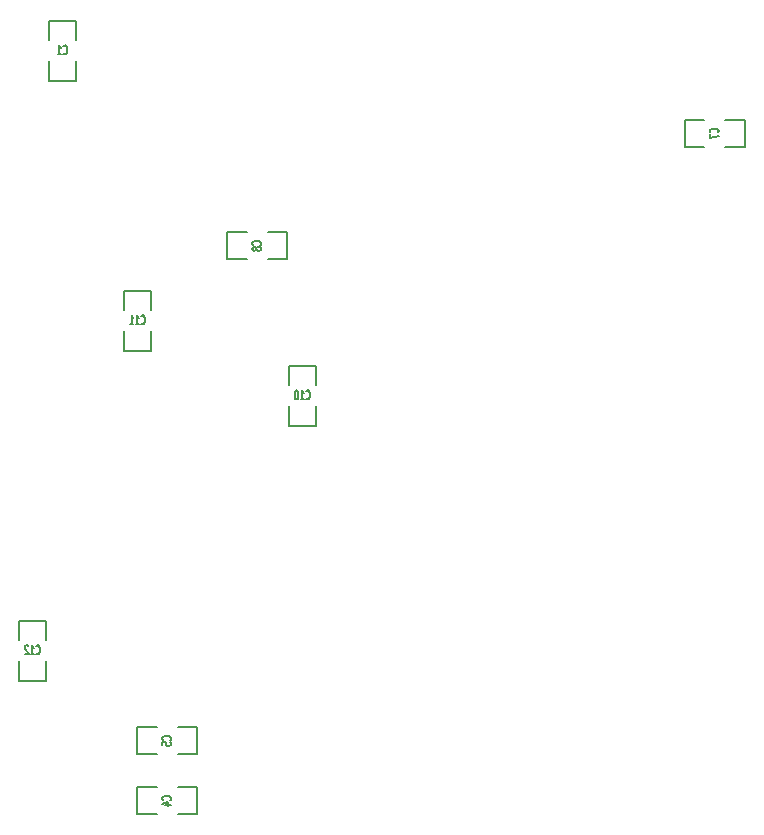
<source format=gbo>
G04 (created by PCBNEW-RS274X (2012-apr-16-27)-stable) date Втр 01 Янв 2013 22:40:23*
G01*
G70*
G90*
%MOIN*%
G04 Gerber Fmt 3.4, Leading zero omitted, Abs format*
%FSLAX34Y34*%
G04 APERTURE LIST*
%ADD10C,0.006000*%
%ADD11C,0.005000*%
G04 APERTURE END LIST*
G54D10*
G54D11*
X50250Y-48200D02*
X50250Y-47300D01*
X50250Y-47300D02*
X50900Y-47300D01*
X51600Y-48200D02*
X52250Y-48200D01*
X52250Y-48200D02*
X52250Y-47300D01*
X52250Y-47300D02*
X51600Y-47300D01*
X50900Y-48200D02*
X50250Y-48200D01*
X53250Y-31700D02*
X53250Y-30800D01*
X53250Y-30800D02*
X53900Y-30800D01*
X54600Y-31700D02*
X55250Y-31700D01*
X55250Y-31700D02*
X55250Y-30800D01*
X55250Y-30800D02*
X54600Y-30800D01*
X53900Y-31700D02*
X53250Y-31700D01*
X56200Y-37250D02*
X55300Y-37250D01*
X55300Y-37250D02*
X55300Y-36600D01*
X56200Y-35900D02*
X56200Y-35250D01*
X56200Y-35250D02*
X55300Y-35250D01*
X55300Y-35250D02*
X55300Y-35900D01*
X56200Y-36600D02*
X56200Y-37250D01*
X49800Y-32750D02*
X50700Y-32750D01*
X50700Y-32750D02*
X50700Y-33400D01*
X49800Y-34100D02*
X49800Y-34750D01*
X49800Y-34750D02*
X50700Y-34750D01*
X50700Y-34750D02*
X50700Y-34100D01*
X49800Y-33400D02*
X49800Y-32750D01*
X70500Y-27050D02*
X70500Y-27950D01*
X70500Y-27950D02*
X69850Y-27950D01*
X69150Y-27050D02*
X68500Y-27050D01*
X68500Y-27050D02*
X68500Y-27950D01*
X68500Y-27950D02*
X69150Y-27950D01*
X69850Y-27050D02*
X70500Y-27050D01*
X46300Y-43750D02*
X47200Y-43750D01*
X47200Y-43750D02*
X47200Y-44400D01*
X46300Y-45100D02*
X46300Y-45750D01*
X46300Y-45750D02*
X47200Y-45750D01*
X47200Y-45750D02*
X47200Y-45100D01*
X46300Y-44400D02*
X46300Y-43750D01*
X48200Y-25750D02*
X47300Y-25750D01*
X47300Y-25750D02*
X47300Y-25100D01*
X48200Y-24400D02*
X48200Y-23750D01*
X48200Y-23750D02*
X47300Y-23750D01*
X47300Y-23750D02*
X47300Y-24400D01*
X48200Y-25100D02*
X48200Y-25750D01*
X50250Y-50200D02*
X50250Y-49300D01*
X50250Y-49300D02*
X50900Y-49300D01*
X51600Y-50200D02*
X52250Y-50200D01*
X52250Y-50200D02*
X52250Y-49300D01*
X52250Y-49300D02*
X51600Y-49300D01*
X50900Y-50200D02*
X50250Y-50200D01*
X51343Y-47717D02*
X51357Y-47707D01*
X51371Y-47679D01*
X51371Y-47660D01*
X51357Y-47631D01*
X51329Y-47612D01*
X51300Y-47603D01*
X51243Y-47593D01*
X51200Y-47593D01*
X51143Y-47603D01*
X51114Y-47612D01*
X51086Y-47631D01*
X51071Y-47660D01*
X51071Y-47679D01*
X51086Y-47707D01*
X51100Y-47717D01*
X51071Y-47898D02*
X51071Y-47803D01*
X51214Y-47793D01*
X51200Y-47803D01*
X51186Y-47822D01*
X51186Y-47869D01*
X51200Y-47888D01*
X51214Y-47898D01*
X51243Y-47907D01*
X51314Y-47907D01*
X51343Y-47898D01*
X51357Y-47888D01*
X51371Y-47869D01*
X51371Y-47822D01*
X51357Y-47803D01*
X51343Y-47793D01*
X54343Y-31217D02*
X54357Y-31207D01*
X54371Y-31179D01*
X54371Y-31160D01*
X54357Y-31131D01*
X54329Y-31112D01*
X54300Y-31103D01*
X54243Y-31093D01*
X54200Y-31093D01*
X54143Y-31103D01*
X54114Y-31112D01*
X54086Y-31131D01*
X54071Y-31160D01*
X54071Y-31179D01*
X54086Y-31207D01*
X54100Y-31217D01*
X54200Y-31331D02*
X54186Y-31312D01*
X54171Y-31303D01*
X54143Y-31293D01*
X54129Y-31293D01*
X54100Y-31303D01*
X54086Y-31312D01*
X54071Y-31331D01*
X54071Y-31369D01*
X54086Y-31388D01*
X54100Y-31398D01*
X54129Y-31407D01*
X54143Y-31407D01*
X54171Y-31398D01*
X54186Y-31388D01*
X54200Y-31369D01*
X54200Y-31331D01*
X54214Y-31312D01*
X54229Y-31303D01*
X54257Y-31293D01*
X54314Y-31293D01*
X54343Y-31303D01*
X54357Y-31312D01*
X54371Y-31331D01*
X54371Y-31369D01*
X54357Y-31388D01*
X54343Y-31398D01*
X54314Y-31407D01*
X54257Y-31407D01*
X54229Y-31398D01*
X54214Y-31388D01*
X54200Y-31369D01*
X55878Y-36343D02*
X55888Y-36357D01*
X55916Y-36371D01*
X55935Y-36371D01*
X55964Y-36357D01*
X55983Y-36329D01*
X55992Y-36300D01*
X56002Y-36243D01*
X56002Y-36200D01*
X55992Y-36143D01*
X55983Y-36114D01*
X55964Y-36086D01*
X55935Y-36071D01*
X55916Y-36071D01*
X55888Y-36086D01*
X55878Y-36100D01*
X55688Y-36371D02*
X55802Y-36371D01*
X55745Y-36371D02*
X55745Y-36071D01*
X55764Y-36114D01*
X55783Y-36143D01*
X55802Y-36157D01*
X55564Y-36071D02*
X55545Y-36071D01*
X55526Y-36086D01*
X55517Y-36100D01*
X55507Y-36129D01*
X55498Y-36186D01*
X55498Y-36257D01*
X55507Y-36314D01*
X55517Y-36343D01*
X55526Y-36357D01*
X55545Y-36371D01*
X55564Y-36371D01*
X55583Y-36357D01*
X55593Y-36343D01*
X55602Y-36314D01*
X55612Y-36257D01*
X55612Y-36186D01*
X55602Y-36129D01*
X55593Y-36100D01*
X55583Y-36086D01*
X55564Y-36071D01*
X50378Y-33843D02*
X50388Y-33857D01*
X50416Y-33871D01*
X50435Y-33871D01*
X50464Y-33857D01*
X50483Y-33829D01*
X50492Y-33800D01*
X50502Y-33743D01*
X50502Y-33700D01*
X50492Y-33643D01*
X50483Y-33614D01*
X50464Y-33586D01*
X50435Y-33571D01*
X50416Y-33571D01*
X50388Y-33586D01*
X50378Y-33600D01*
X50188Y-33871D02*
X50302Y-33871D01*
X50245Y-33871D02*
X50245Y-33571D01*
X50264Y-33614D01*
X50283Y-33643D01*
X50302Y-33657D01*
X49998Y-33871D02*
X50112Y-33871D01*
X50055Y-33871D02*
X50055Y-33571D01*
X50074Y-33614D01*
X50093Y-33643D01*
X50112Y-33657D01*
X69593Y-27467D02*
X69607Y-27457D01*
X69621Y-27429D01*
X69621Y-27410D01*
X69607Y-27381D01*
X69579Y-27362D01*
X69550Y-27353D01*
X69493Y-27343D01*
X69450Y-27343D01*
X69393Y-27353D01*
X69364Y-27362D01*
X69336Y-27381D01*
X69321Y-27410D01*
X69321Y-27429D01*
X69336Y-27457D01*
X69350Y-27467D01*
X69321Y-27534D02*
X69321Y-27667D01*
X69621Y-27581D01*
X46878Y-44843D02*
X46888Y-44857D01*
X46916Y-44871D01*
X46935Y-44871D01*
X46964Y-44857D01*
X46983Y-44829D01*
X46992Y-44800D01*
X47002Y-44743D01*
X47002Y-44700D01*
X46992Y-44643D01*
X46983Y-44614D01*
X46964Y-44586D01*
X46935Y-44571D01*
X46916Y-44571D01*
X46888Y-44586D01*
X46878Y-44600D01*
X46688Y-44871D02*
X46802Y-44871D01*
X46745Y-44871D02*
X46745Y-44571D01*
X46764Y-44614D01*
X46783Y-44643D01*
X46802Y-44657D01*
X46612Y-44600D02*
X46602Y-44586D01*
X46583Y-44571D01*
X46536Y-44571D01*
X46517Y-44586D01*
X46507Y-44600D01*
X46498Y-44629D01*
X46498Y-44657D01*
X46507Y-44700D01*
X46621Y-44871D01*
X46498Y-44871D01*
X47783Y-24843D02*
X47793Y-24857D01*
X47821Y-24871D01*
X47840Y-24871D01*
X47869Y-24857D01*
X47888Y-24829D01*
X47897Y-24800D01*
X47907Y-24743D01*
X47907Y-24700D01*
X47897Y-24643D01*
X47888Y-24614D01*
X47869Y-24586D01*
X47840Y-24571D01*
X47821Y-24571D01*
X47793Y-24586D01*
X47783Y-24600D01*
X47593Y-24871D02*
X47707Y-24871D01*
X47650Y-24871D02*
X47650Y-24571D01*
X47669Y-24614D01*
X47688Y-24643D01*
X47707Y-24657D01*
X51343Y-49717D02*
X51357Y-49707D01*
X51371Y-49679D01*
X51371Y-49660D01*
X51357Y-49631D01*
X51329Y-49612D01*
X51300Y-49603D01*
X51243Y-49593D01*
X51200Y-49593D01*
X51143Y-49603D01*
X51114Y-49612D01*
X51086Y-49631D01*
X51071Y-49660D01*
X51071Y-49679D01*
X51086Y-49707D01*
X51100Y-49717D01*
X51171Y-49888D02*
X51371Y-49888D01*
X51057Y-49841D02*
X51271Y-49793D01*
X51271Y-49917D01*
M02*

</source>
